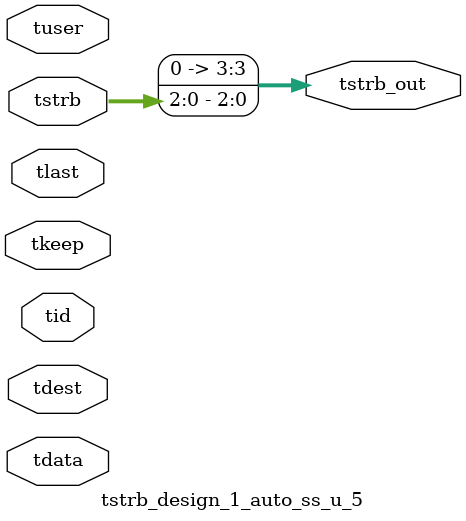
<source format=v>


`timescale 1ps/1ps

module tstrb_design_1_auto_ss_u_5 #
(
parameter C_S_AXIS_TDATA_WIDTH = 32,
parameter C_S_AXIS_TUSER_WIDTH = 0,
parameter C_S_AXIS_TID_WIDTH   = 0,
parameter C_S_AXIS_TDEST_WIDTH = 0,
parameter C_M_AXIS_TDATA_WIDTH = 32
)
(
input  [(C_S_AXIS_TDATA_WIDTH == 0 ? 1 : C_S_AXIS_TDATA_WIDTH)-1:0     ] tdata,
input  [(C_S_AXIS_TUSER_WIDTH == 0 ? 1 : C_S_AXIS_TUSER_WIDTH)-1:0     ] tuser,
input  [(C_S_AXIS_TID_WIDTH   == 0 ? 1 : C_S_AXIS_TID_WIDTH)-1:0       ] tid,
input  [(C_S_AXIS_TDEST_WIDTH == 0 ? 1 : C_S_AXIS_TDEST_WIDTH)-1:0     ] tdest,
input  [(C_S_AXIS_TDATA_WIDTH/8)-1:0 ] tkeep,
input  [(C_S_AXIS_TDATA_WIDTH/8)-1:0 ] tstrb,
input                                                                    tlast,
output [(C_M_AXIS_TDATA_WIDTH/8)-1:0 ] tstrb_out
);

assign tstrb_out = {tstrb[2:0]};

endmodule


</source>
